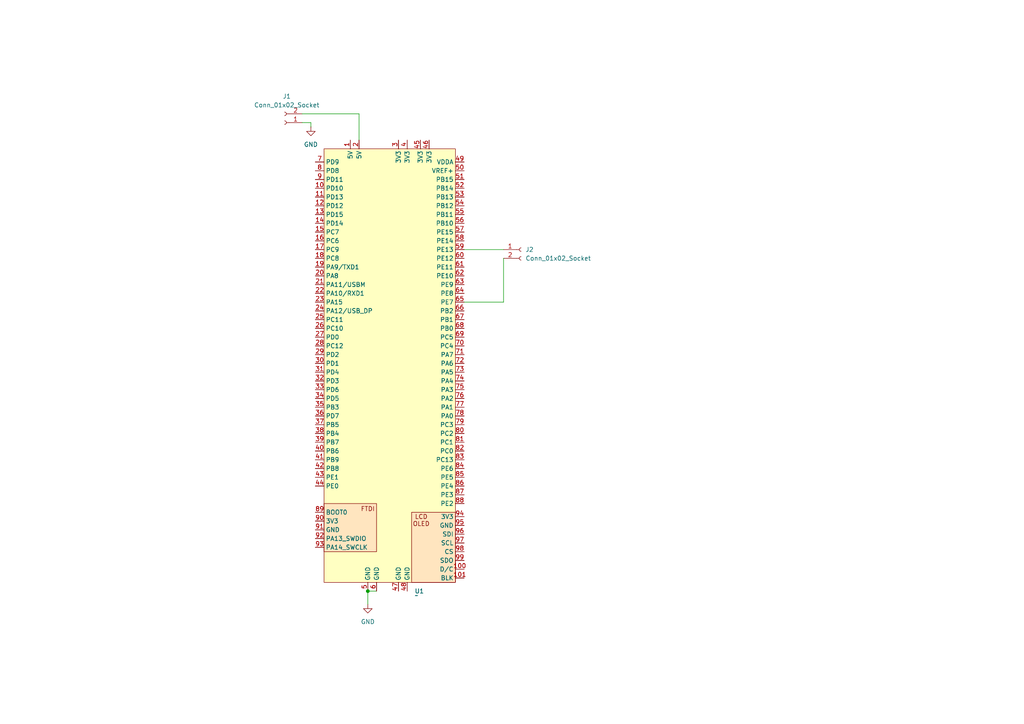
<source format=kicad_sch>
(kicad_sch (version 20250114) (generator "eeschema") (generator_version "9.0")
  (paper "A4")
  (lib_symbols
    (symbol "0_MCU:DEVEBOX_STM32H7XX"
      (property "Reference" "U" (at -0.254 1.016 0))
      (symbol "DEVEBOX_STM32H7XX_1_1"
        (rectangle (start -17.78 -2.54) (end 20.32 -128.27) (fill (type color) (color 255 255 194 1)))
        (rectangle (start -17.78 -105.41) (end -2.54 -119.38) (fill (type color) (color 255 229 191 1)))
        (rectangle (start 7.62 -107.95) (end 20.32 -128.27) (fill (type color) (color 255 229 191 1)))
        (text "FTDI\n" (at -5.08 -106.934 0) (effects (font (size 1.27 1.27))))
        (text "LCD\nOLED\n" (at 10.414 -110.236 0) (effects (font (size 1.27 1.27))))
        (pin input line (at -20.32 -6.35 0) (length 2.54) (name "PD9") (number "7"))
        (pin input line (at -20.32 -8.89 0) (length 2.54) (name "PD8") (number "8"))
        (pin input line (at -20.32 -11.43 0) (length 2.54) (name "PD11") (number "9"))
        (pin input line (at -20.32 -13.97 0) (length 2.54) (name "PD10") (number "10"))
        (pin input line (at -20.32 -16.51 0) (length 2.54) (name "PD13") (number "11"))
        (pin input line (at -20.32 -19.05 0) (length 2.54) (name "PD12") (number "12"))
        (pin input line (at -20.32 -21.59 0) (length 2.54) (name "PD15") (number "13"))
        (pin input line (at -20.32 -24.13 0) (length 2.54) (name "PD14") (number "14"))
        (pin input line (at -20.32 -26.67 0) (length 2.54) (name "PC7") (number "15"))
        (pin input line (at -20.32 -29.21 0) (length 2.54) (name "PC6") (number "16"))
        (pin input line (at -20.32 -31.75 0) (length 2.54) (name "PC9") (number "17"))
        (pin input line (at -20.32 -34.29 0) (length 2.54) (name "PC8") (number "18"))
        (pin input line (at -20.32 -36.83 0) (length 2.54) (name "PA9/TXD1") (number "19"))
        (pin input line (at -20.32 -39.37 0) (length 2.54) (name "PA8") (number "20"))
        (pin input line (at -20.32 -41.91 0) (length 2.54) (name "PA11/USBM") (number "21"))
        (pin input line (at -20.32 -44.45 0) (length 2.54) (name "PA10/RXD1") (number "22"))
        (pin input line (at -20.32 -46.99 0) (length 2.54) (name "PA15") (number "23"))
        (pin input line (at -20.32 -49.53 0) (length 2.54) (name "PA12/USB_DP") (number "24"))
        (pin input line (at -20.32 -52.07 0) (length 2.54) (name "PC11") (number "25"))
        (pin input line (at -20.32 -54.61 0) (length 2.54) (name "PC10") (number "26"))
        (pin input line (at -20.32 -57.15 0) (length 2.54) (name "PD0") (number "27"))
        (pin input line (at -20.32 -59.69 0) (length 2.54) (name "PC12") (number "28"))
        (pin input line (at -20.32 -62.23 0) (length 2.54) (name "PD2") (number "29"))
        (pin input line (at -20.32 -64.77 0) (length 2.54) (name "PD1") (number "30"))
        (pin input line (at -20.32 -67.31 0) (length 2.54) (name "PD4") (number "31"))
        (pin input line (at -20.32 -69.85 0) (length 2.54) (name "PD3") (number "32"))
        (pin input line (at -20.32 -72.39 0) (length 2.54) (name "PD6") (number "33"))
        (pin input line (at -20.32 -74.93 0) (length 2.54) (name "PD5") (number "34"))
        (pin input line (at -20.32 -77.47 0) (length 2.54) (name "PB3") (number "35"))
        (pin input line (at -20.32 -80.01 0) (length 2.54) (name "PD7") (number "36"))
        (pin input line (at -20.32 -82.55 0) (length 2.54) (name "PB5") (number "37"))
        (pin input line (at -20.32 -85.09 0) (length 2.54) (name "PB4") (number "38"))
        (pin input line (at -20.32 -87.63 0) (length 2.54) (name "PB7") (number "39"))
        (pin input line (at -20.32 -90.17 0) (length 2.54) (name "PB6") (number "40"))
        (pin input line (at -20.32 -92.71 0) (length 2.54) (name "PB9") (number "41"))
        (pin input line (at -20.32 -95.25 0) (length 2.54) (name "PB8") (number "42"))
        (pin input line (at -20.32 -97.79 0) (length 2.54) (name "PE1") (number "43"))
        (pin input line (at -20.32 -100.33 0) (length 2.54) (name "PE0") (number "44"))
        (pin input line (at -20.32 -107.95 0) (length 2.54) (name "BOOT0") (number "89"))
        (pin input line (at -20.32 -110.49 0) (length 2.54) (name "3V3") (number "90"))
        (pin input line (at -20.32 -113.03 0) (length 2.54) (name "GND") (number "91"))
        (pin input line (at -20.32 -115.57 0) (length 2.54) (name "PA13_SWDIO") (number "92"))
        (pin input line (at -20.32 -118.11 0) (length 2.54) (name "PA14_SWCLK") (number "93"))
        (pin power_in line (at -10.16 0 270) (length 2.54) (name "5V") (number "1"))
        (pin power_in line (at -7.62 0 270) (length 2.54) (name "5V") (number "2"))
        (pin power_in line (at -5.08 -130.81 90) (length 2.54) (name "GND") (number "5"))
        (pin power_in line (at -2.54 -130.81 90) (length 2.54) (name "GND") (number "6"))
        (pin power_in line (at 3.81 0 270) (length 2.54) (name "3V3") (number "3"))
        (pin input line (at 3.81 -130.81 90) (length 2.54) (name "GND") (number "47"))
        (pin power_in line (at 6.35 0 270) (length 2.54) (name "3V3") (number "4"))
        (pin input line (at 6.35 -130.81 90) (length 2.54) (name "GND") (number "48"))
        (pin input line (at 10.16 0 270) (length 2.54) (name "3V3") (number "45"))
        (pin input line (at 12.7 0 270) (length 2.54) (name "3V3") (number "46"))
        (pin input line (at 22.86 -6.35 180) (length 2.54) (name "VDDA") (number "49"))
        (pin input line (at 22.86 -8.89 180) (length 2.54) (name "VREF+") (number "50"))
        (pin input line (at 22.86 -11.43 180) (length 2.54) (name "PB15") (number "51"))
        (pin input line (at 22.86 -13.97 180) (length 2.54) (name "PB14") (number "52"))
        (pin input line (at 22.86 -16.51 180) (length 2.54) (name "PB13") (number "53"))
        (pin input line (at 22.86 -19.05 180) (length 2.54) (name "PB12") (number "54"))
        (pin input line (at 22.86 -21.59 180) (length 2.54) (name "PB11") (number "55"))
        (pin input line (at 22.86 -24.13 180) (length 2.54) (name "PB10") (number "56"))
        (pin input line (at 22.86 -26.67 180) (length 2.54) (name "PE15") (number "57"))
        (pin input line (at 22.86 -29.21 180) (length 2.54) (name "PE14") (number "58"))
        (pin input line (at 22.86 -31.75 180) (length 2.54) (name "PE13") (number "59"))
        (pin input line (at 22.86 -34.29 180) (length 2.54) (name "PE12") (number "60"))
        (pin input line (at 22.86 -36.83 180) (length 2.54) (name "PE11") (number "61"))
        (pin input line (at 22.86 -39.37 180) (length 2.54) (name "PE10") (number "62"))
        (pin input line (at 22.86 -41.91 180) (length 2.54) (name "PE9") (number "63"))
        (pin input line (at 22.86 -44.45 180) (length 2.54) (name "PE8") (number "64"))
        (pin input line (at 22.86 -46.99 180) (length 2.54) (name "PE7") (number "65"))
        (pin input line (at 22.86 -49.53 180) (length 2.54) (name "PB2") (number "66"))
        (pin input line (at 22.86 -52.07 180) (length 2.54) (name "PB1") (number "67"))
        (pin input line (at 22.86 -54.61 180) (length 2.54) (name "PB0") (number "68"))
        (pin input line (at 22.86 -57.15 180) (length 2.54) (name "PC5") (number "69"))
        (pin input line (at 22.86 -59.69 180) (length 2.54) (name "PC4") (number "70"))
        (pin input line (at 22.86 -62.23 180) (length 2.54) (name "PA7") (number "71"))
        (pin input line (at 22.86 -64.77 180) (length 2.54) (name "PA6") (number "72"))
        (pin input line (at 22.86 -67.31 180) (length 2.54) (name "PA5") (number "73"))
        (pin input line (at 22.86 -69.85 180) (length 2.54) (name "PA4") (number "74"))
        (pin input line (at 22.86 -72.39 180) (length 2.54) (name "PA3") (number "75"))
        (pin input line (at 22.86 -74.93 180) (length 2.54) (name "PA2") (number "76"))
        (pin input line (at 22.86 -77.47 180) (length 2.54) (name "PA1") (number "77"))
        (pin input line (at 22.86 -80.01 180) (length 2.54) (name "PA0") (number "78"))
        (pin input line (at 22.86 -82.55 180) (length 2.54) (name "PC3") (number "79"))
        (pin input line (at 22.86 -85.09 180) (length 2.54) (name "PC2") (number "80"))
        (pin input line (at 22.86 -87.63 180) (length 2.54) (name "PC1") (number "81"))
        (pin input line (at 22.86 -90.17 180) (length 2.54) (name "PC0") (number "82"))
        (pin input line (at 22.86 -92.71 180) (length 2.54) (name "PC13") (number "83"))
        (pin input line (at 22.86 -95.25 180) (length 2.54) (name "PE6") (number "84"))
        (pin input line (at 22.86 -97.79 180) (length 2.54) (name "PE5") (number "85"))
        (pin input line (at 22.86 -100.33 180) (length 2.54) (name "PE4") (number "86"))
        (pin input line (at 22.86 -102.87 180) (length 2.54) (name "PE3") (number "87"))
        (pin input line (at 22.86 -105.41 180) (length 2.54) (name "PE2") (number "88"))
        (pin input line (at 22.86 -109.22 180) (length 2.54) (name "3V3") (number "94"))
        (pin input line (at 22.86 -111.76 180) (length 2.54) (name "GND") (number "95"))
        (pin input line (at 22.86 -114.3 180) (length 2.54) (name "SDI") (number "96"))
        (pin input line (at 22.86 -116.84 180) (length 2.54) (name "SCL") (number "97"))
        (pin input line (at 22.86 -119.38 180) (length 2.54) (name "CS") (number "98"))
        (pin input line (at 22.86 -121.92 180) (length 2.54) (name "SDO") (number "99"))
        (pin input line (at 22.86 -124.46 180) (length 2.54) (name "D/C") (number "100"))
        (pin input line (at 22.86 -127 180) (length 2.54) (name "BLK") (number "101"))
      )
    )
    (symbol "Connector:Conn_01x02_Socket" (pin_names (offset 1.016) (hide yes))
      (property "Reference" "J" (at 0 2.54 0))
      (property "Value" "Conn_01x02_Socket" (at 0 -5.08 0))
      (symbol "Conn_01x02_Socket_1_1"
        (polyline (pts (xy -1.27 0) (xy -0.508 0)) (stroke (width 0.1524)))
        (polyline (pts (xy -1.27 -2.54) (xy -0.508 -2.54)) (stroke (width 0.1524)))
        (arc (start 0 -0.508) (mid -0.5058 0) (end 0 0.508) (stroke (width 0.1524)))
        (arc (start 0 -3.048) (mid -0.5058 -2.54) (end 0 -2.032) (stroke (width 0.1524)))
        (pin passive line (at -5.08 0 0) (length 3.81) (name "Pin_1") (number "1"))
        (pin passive line (at -5.08 -2.54 0) (length 3.81) (name "Pin_2") (number "2"))
      )
    )
    (symbol "power:GND" (power) (pin_numbers (hide yes)) (pin_names (offset 0) (hide yes))
      (property "Value" "GND" (at 0 -3.81 0))
      (symbol "GND_0_1"
        (polyline (pts (xy 0 0) (xy 0 -1.27) (xy 1.27 -1.27) (xy 0 -2.54) (xy -1.27 -1.27) (xy 0 -1.27)))
      )
      (symbol "GND_1_1"
        (pin power_in line (at 0 0 270) (length 0) (name "~") (number "1"))
      )
    )
  )
  (junction (at 106.68 171.45))
  (wire (pts (xy 87.63 35.56) (xy 90.17 35.56)))
  (wire (pts (xy 106.68 171.45) (xy 109.22 171.45)))
  (wire (pts (xy 90.17 35.56) (xy 90.17 36.83)))
  (wire (pts (xy 87.63 33.02) (xy 104.14 33.02)))
  (wire (pts (xy 104.14 33.02) (xy 104.14 40.64)))
  (wire (pts (xy 106.68 171.45) (xy 106.68 175.26)))
  (wire (pts (xy 134.62 72.39) (xy 146.05 72.39)))
  (wire (pts (xy 146.05 74.93) (xy 146.05 87.63)))
  (wire (pts (xy 146.05 87.63) (xy 134.62 87.63)))
  (symbol (lib_id "Connector:Conn_01x02_Socket") (at 151.13 72.39 0) (unit 1)
    (property "Reference" "J2" (at 152.4 72.3899 0) (effects (justify left)))
    (property "Value" "Conn_01x02_Socket" (at 152.4 74.9299 0) (effects (justify left)))
    (property "Footprint" "Connector_JST:JST_EH_B2B-EH-A_1x02_P2.50mm_Vertical" (effects (hide yes)))
    (property "Description" "Generic connector, single row, 01x02, script generated" (effects (hide yes)))
  )
  (symbol (lib_id "Connector:Conn_01x02_Socket") (at 82.55 35.56 180) (unit 1)
    (property "Reference" "J1" (at 83.185 27.94 0))
    (property "Value" "Conn_01x02_Socket" (at 83.185 30.48 0))
    (property "Footprint" "Connector_JST:JST_EH_B2B-EH-A_1x02_P2.50mm_Vertical" (effects (hide yes)))
    (property "Description" "Generic connector, single row, 01x02, script generated" (effects (hide yes)))
  )
  (symbol (lib_id "power:GND") (at 90.17 36.83 0) (unit 1)
    (property "Reference" "#PWR01" (effects (hide yes)))
    (property "Value" "GND" (at 90.17 41.91 0))
    (property "Description" "Power symbol creates a global label with name \"GND\" , ground" (effects (hide yes)))
  )
  (symbol (lib_id "power:GND") (at 106.68 175.26 0) (unit 1)
    (property "Reference" "#PWR02" (effects (hide yes)))
    (property "Value" "GND" (at 106.68 180.34 0))
    (property "Description" "Power symbol creates a global label with name \"GND\" , ground" (effects (hide yes)))
  )
  (symbol (lib_id "0_MCU:DEVEBOX_STM32H7XX") (at 111.76 40.64 0) (unit 1)
    (property "Reference" "U1" (at 120.2533 171.45 0) (effects (justify left)))
    (property "Value" "~" (at 120.2533 172.72 0) (effects (justify left)))
    (property "Footprint" "0_MCU:STM32H7XX" (effects (hide yes)))
    (property "dimensions" "https://stm32-base.org/assets/pdf/boards/original-schematic-STM32H7XX-M.pdf" (effects (hide yes)))
  )
)
</source>
